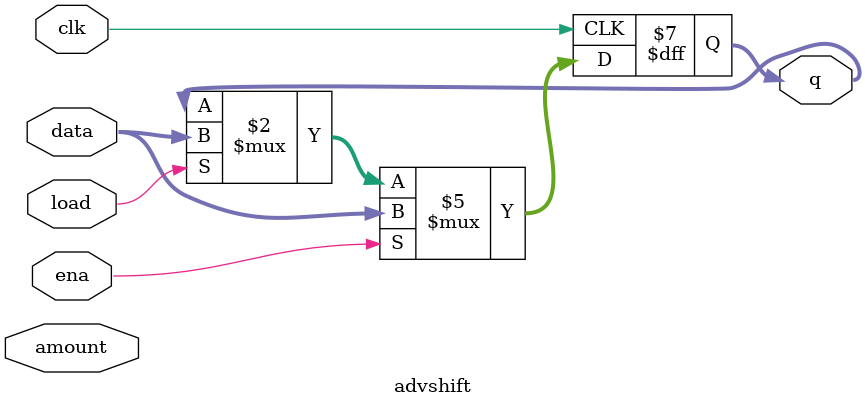
<source format=v>
module advshift(input clk,
input load,
input ena,
input [1:0] amount,
input [63:0] data,
output reg [63:0] q); 
// when load is high, assign data[63:0] to shift register q.
// if ena is high, shift q.
// amount: Chooses which direction and how much to shift.
// 2'b00: shift left by 1 bit.
// 2'b01: shift left by 8 bits.
// 2'b10: shift right by 1 bit.
// 2'b11: shift right by 8 bits.


// The shift register is implemented as a register of 64 bits.
// The register is initialized to 0.
reg [63:0] q = 0;

always @(posedge clk)
begin
  if (ena)
    q <= data;
  else
    q <= load ? data : q;
end

endmodule

</source>
